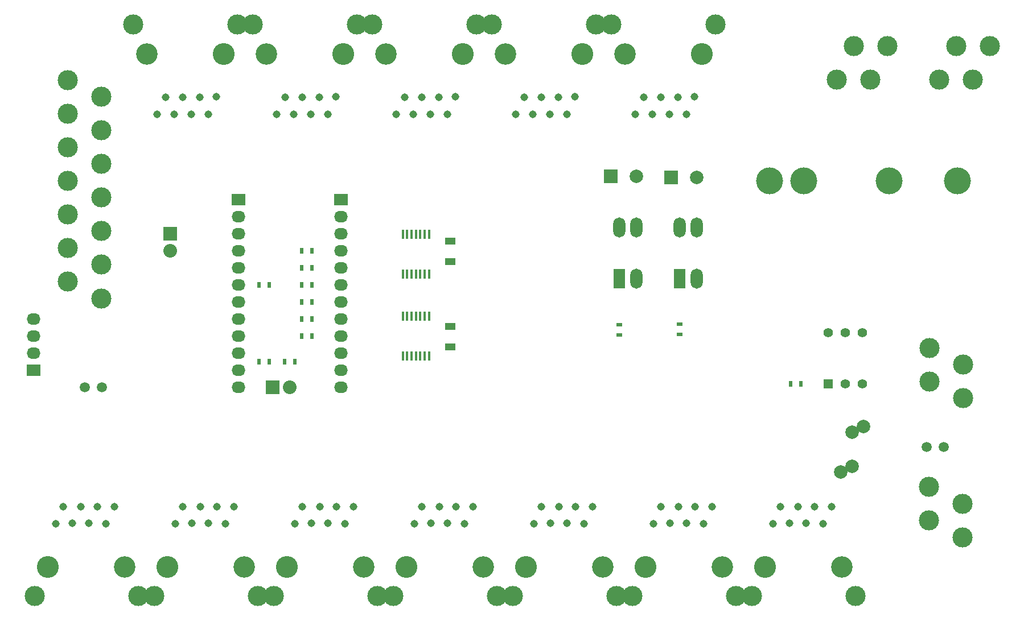
<source format=gbr>
G04 #@! TF.FileFunction,Soldermask,Top*
%FSLAX46Y46*%
G04 Gerber Fmt 4.6, Leading zero omitted, Abs format (unit mm)*
G04 Created by KiCad (PCBNEW (2015-05-13 BZR 5653)-product) date Sun 07 Jun 2015 11:31:40 AM CEST*
%MOMM*%
G01*
G04 APERTURE LIST*
%ADD10C,0.100000*%
%ADD11C,3.000000*%
%ADD12R,2.032000X2.032000*%
%ADD13O,2.032000X2.032000*%
%ADD14R,2.032000X1.727200*%
%ADD15O,2.032000X1.727200*%
%ADD16C,3.251200*%
%ADD17C,3.200400*%
%ADD18C,1.143000*%
%ADD19C,1.501140*%
%ADD20C,1.998980*%
%ADD21R,1.600000X1.000000*%
%ADD22R,1.998980X1.998980*%
%ADD23R,0.450000X1.450000*%
%ADD24R,1.397000X1.397000*%
%ADD25C,1.397000*%
%ADD26R,0.500000X0.900000*%
%ADD27R,0.900000X0.500000*%
%ADD28R,1.800000X3.000000*%
%ADD29O,1.800000X3.000000*%
%ADD30C,4.000000*%
G04 APERTURE END LIST*
D10*
D11*
X247474740Y-98672640D03*
X252476000Y-101172000D03*
X252476000Y-106172000D03*
X247474740Y-103672640D03*
D12*
X149860000Y-83820000D03*
D13*
X152400000Y-83820000D03*
D14*
X160020000Y-55880000D03*
D15*
X160020000Y-58420000D03*
X160020000Y-60960000D03*
X160020000Y-63500000D03*
X160020000Y-66040000D03*
X160020000Y-68580000D03*
X160020000Y-71120000D03*
X160020000Y-73660000D03*
X160020000Y-76200000D03*
X160020000Y-78740000D03*
X160020000Y-81280000D03*
X160020000Y-83820000D03*
D14*
X144780000Y-55880000D03*
D15*
X144780000Y-58420000D03*
X144780000Y-60960000D03*
X144780000Y-63500000D03*
X144780000Y-66040000D03*
X144780000Y-68580000D03*
X144780000Y-71120000D03*
X144780000Y-73660000D03*
X144780000Y-76200000D03*
X144780000Y-78740000D03*
X144780000Y-81280000D03*
X144780000Y-83820000D03*
D16*
X213741000Y-34188400D03*
D17*
X202285600Y-34188400D03*
D18*
X205079600Y-40640000D03*
X207619600Y-40665400D03*
X210134200Y-40665400D03*
X212608160Y-40622220D03*
X203809600Y-43180000D03*
X206349600Y-43180000D03*
X208864200Y-43180000D03*
X211429600Y-43180000D03*
D11*
X215741000Y-29840000D03*
X200280000Y-29840000D03*
D12*
X134620000Y-60960000D03*
D13*
X134620000Y-63500000D03*
D19*
X121920000Y-83820000D03*
X124460000Y-83820000D03*
X249682000Y-92710000D03*
X247142000Y-92710000D03*
D20*
X237792260Y-89689940D03*
X234393740Y-96492060D03*
X236093000Y-90551000D03*
X236093000Y-95631000D03*
D21*
X176276000Y-62127000D03*
X176276000Y-65127000D03*
X176276000Y-74827000D03*
X176276000Y-77827000D03*
D16*
X142621000Y-34188400D03*
D17*
X131165600Y-34188400D03*
D18*
X133959600Y-40640000D03*
X136499600Y-40665400D03*
X139014200Y-40665400D03*
X141488160Y-40622220D03*
X132689600Y-43180000D03*
X135229600Y-43180000D03*
X137744200Y-43180000D03*
X140309600Y-43180000D03*
D11*
X144621000Y-29840000D03*
X129160000Y-29840000D03*
D20*
X212979000Y-52578000D03*
D22*
X209169000Y-52578000D03*
D20*
X203962000Y-52451000D03*
D22*
X200152000Y-52451000D03*
D16*
X116459000Y-110591600D03*
D17*
X127914400Y-110591600D03*
D18*
X125120400Y-104140000D03*
X122580400Y-104114600D03*
X120065800Y-104114600D03*
X117591840Y-104157780D03*
X126390400Y-101600000D03*
X123850400Y-101600000D03*
X121335800Y-101600000D03*
X118770400Y-101600000D03*
D11*
X114459000Y-114940000D03*
X129920000Y-114940000D03*
D16*
X134239000Y-110591600D03*
D17*
X145694400Y-110591600D03*
D18*
X142900400Y-104140000D03*
X140360400Y-104114600D03*
X137845800Y-104114600D03*
X135371840Y-104157780D03*
X144170400Y-101600000D03*
X141630400Y-101600000D03*
X139115800Y-101600000D03*
X136550400Y-101600000D03*
D11*
X132239000Y-114940000D03*
X147700000Y-114940000D03*
D16*
X195961000Y-34188400D03*
D17*
X184505600Y-34188400D03*
D18*
X187299600Y-40640000D03*
X189839600Y-40665400D03*
X192354200Y-40665400D03*
X194828160Y-40622220D03*
X186029600Y-43180000D03*
X188569600Y-43180000D03*
X191084200Y-43180000D03*
X193649600Y-43180000D03*
D11*
X197961000Y-29840000D03*
X182500000Y-29840000D03*
D23*
X169246000Y-79150000D03*
X169896000Y-79150000D03*
X170546000Y-79150000D03*
X171196000Y-79150000D03*
X171846000Y-79150000D03*
X172496000Y-79150000D03*
X173146000Y-79150000D03*
X173146000Y-73250000D03*
X172496000Y-73250000D03*
X171846000Y-73250000D03*
X171196000Y-73250000D03*
X170546000Y-73250000D03*
X169896000Y-73250000D03*
X169246000Y-73250000D03*
X169246000Y-66958000D03*
X169896000Y-66958000D03*
X170546000Y-66958000D03*
X171196000Y-66958000D03*
X171846000Y-66958000D03*
X172496000Y-66958000D03*
X173146000Y-66958000D03*
X173146000Y-61058000D03*
X172496000Y-61058000D03*
X171846000Y-61058000D03*
X171196000Y-61058000D03*
X170546000Y-61058000D03*
X169896000Y-61058000D03*
X169246000Y-61058000D03*
D16*
X223139000Y-110591600D03*
D17*
X234594400Y-110591600D03*
D18*
X231800400Y-104140000D03*
X229260400Y-104114600D03*
X226745800Y-104114600D03*
X224271840Y-104157780D03*
X233070400Y-101600000D03*
X230530400Y-101600000D03*
X228015800Y-101600000D03*
X225450400Y-101600000D03*
D11*
X221139000Y-114940000D03*
X236600000Y-114940000D03*
X249040640Y-38021260D03*
X251540000Y-33020000D03*
X256540000Y-33020000D03*
X254040640Y-38021260D03*
X233800640Y-38021260D03*
X236300000Y-33020000D03*
X241300000Y-33020000D03*
X238800640Y-38021260D03*
X247601740Y-77971640D03*
X252603000Y-80471000D03*
X252603000Y-85471000D03*
X247601740Y-82971640D03*
D24*
X232537000Y-83312000D03*
D25*
X235077000Y-83312000D03*
X237617000Y-83312000D03*
X237617000Y-75692000D03*
X235077000Y-75692000D03*
X232537000Y-75692000D03*
D26*
X154190000Y-73660000D03*
X155690000Y-73660000D03*
X154190000Y-71120000D03*
X155690000Y-71120000D03*
X154190000Y-68580000D03*
X155690000Y-68580000D03*
X155690000Y-66040000D03*
X154190000Y-66040000D03*
X147840000Y-80010000D03*
X149340000Y-80010000D03*
X151650000Y-80010000D03*
X153150000Y-80010000D03*
X149340000Y-68580000D03*
X147840000Y-68580000D03*
X154190000Y-76200000D03*
X155690000Y-76200000D03*
X155690000Y-63500000D03*
X154190000Y-63500000D03*
D27*
X210439000Y-74434000D03*
X210439000Y-75934000D03*
X201422000Y-74561000D03*
X201422000Y-76061000D03*
D26*
X226961000Y-83312000D03*
X228461000Y-83312000D03*
D14*
X114300000Y-81280000D03*
D15*
X114300000Y-78740000D03*
X114300000Y-76200000D03*
X114300000Y-73660000D03*
D11*
X119380000Y-68100000D03*
X124381260Y-70599360D03*
X124381260Y-65599360D03*
X119380000Y-63100000D03*
X119380000Y-58100000D03*
X124381260Y-60599360D03*
X124381260Y-55599360D03*
X119380000Y-53100000D03*
X119380000Y-48100000D03*
X124381260Y-50599360D03*
X124381260Y-45599360D03*
X119380000Y-43100000D03*
X119380000Y-38100000D03*
X124381260Y-40599360D03*
D16*
X152019000Y-110591600D03*
D17*
X163474400Y-110591600D03*
D18*
X160680400Y-104140000D03*
X158140400Y-104114600D03*
X155625800Y-104114600D03*
X153151840Y-104157780D03*
X161950400Y-101600000D03*
X159410400Y-101600000D03*
X156895800Y-101600000D03*
X154330400Y-101600000D03*
D11*
X150019000Y-114940000D03*
X165480000Y-114940000D03*
D16*
X169799000Y-110591600D03*
D17*
X181254400Y-110591600D03*
D18*
X178460400Y-104140000D03*
X175920400Y-104114600D03*
X173405800Y-104114600D03*
X170931840Y-104157780D03*
X179730400Y-101600000D03*
X177190400Y-101600000D03*
X174675800Y-101600000D03*
X172110400Y-101600000D03*
D11*
X167799000Y-114940000D03*
X183260000Y-114940000D03*
D16*
X178181000Y-34188400D03*
D17*
X166725600Y-34188400D03*
D18*
X169519600Y-40640000D03*
X172059600Y-40665400D03*
X174574200Y-40665400D03*
X177048160Y-40622220D03*
X168249600Y-43180000D03*
X170789600Y-43180000D03*
X173304200Y-43180000D03*
X175869600Y-43180000D03*
D11*
X180181000Y-29840000D03*
X164720000Y-29840000D03*
D16*
X160401000Y-34188400D03*
D17*
X148945600Y-34188400D03*
D18*
X151739600Y-40640000D03*
X154279600Y-40665400D03*
X156794200Y-40665400D03*
X159268160Y-40622220D03*
X150469600Y-43180000D03*
X153009600Y-43180000D03*
X155524200Y-43180000D03*
X158089600Y-43180000D03*
D11*
X162401000Y-29840000D03*
X146940000Y-29840000D03*
D16*
X187579000Y-110591600D03*
D17*
X199034400Y-110591600D03*
D18*
X196240400Y-104140000D03*
X193700400Y-104114600D03*
X191185800Y-104114600D03*
X188711840Y-104157780D03*
X197510400Y-101600000D03*
X194970400Y-101600000D03*
X192455800Y-101600000D03*
X189890400Y-101600000D03*
D11*
X185579000Y-114940000D03*
X201040000Y-114940000D03*
D16*
X205359000Y-110591600D03*
D17*
X216814400Y-110591600D03*
D18*
X214020400Y-104140000D03*
X211480400Y-104114600D03*
X208965800Y-104114600D03*
X206491840Y-104157780D03*
X215290400Y-101600000D03*
X212750400Y-101600000D03*
X210235800Y-101600000D03*
X207670400Y-101600000D03*
D11*
X203359000Y-114940000D03*
X218820000Y-114940000D03*
D28*
X210439000Y-67691000D03*
D29*
X212979000Y-67691000D03*
X212979000Y-60071000D03*
X210439000Y-60071000D03*
D28*
X201422000Y-67691000D03*
D29*
X203962000Y-67691000D03*
X203962000Y-60071000D03*
X201422000Y-60071000D03*
D30*
X251714000Y-53086000D03*
X241554000Y-53086000D03*
X228854000Y-53086000D03*
X223774000Y-53086000D03*
M02*

</source>
